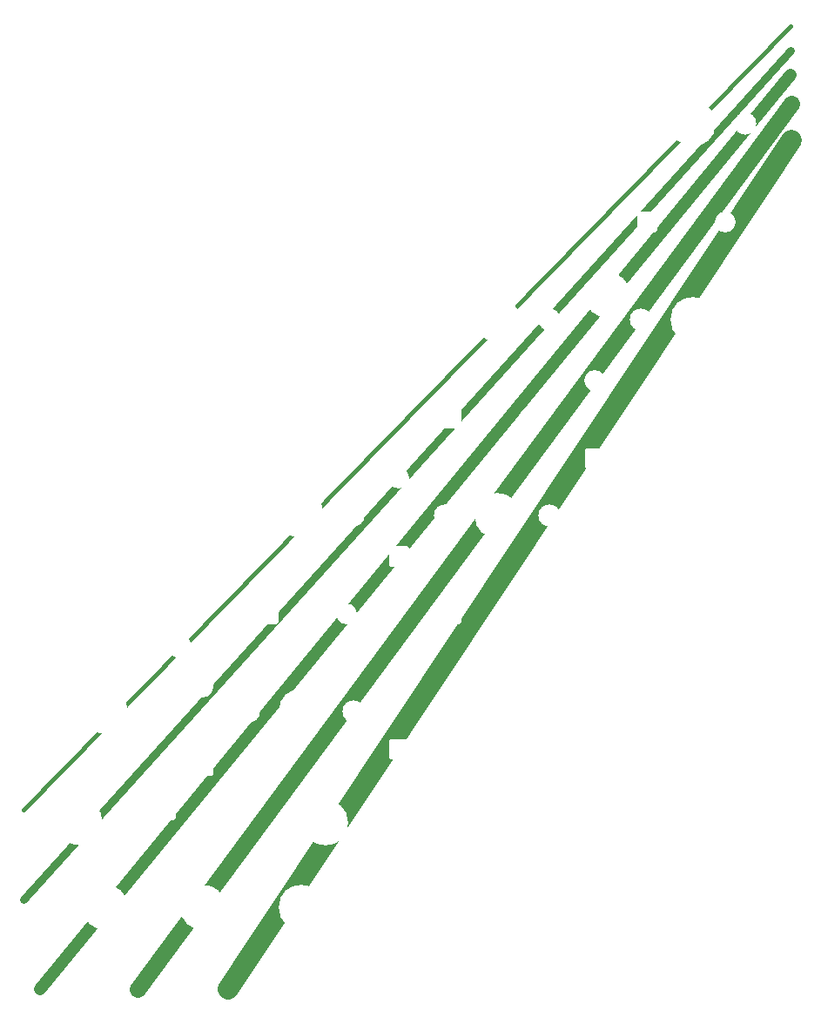
<source format=gto>
G04 #@! TF.GenerationSoftware,KiCad,Pcbnew,5.1.10-5.1.10*
G04 #@! TF.CreationDate,2021-07-11T16:52:34+05:30*
G04 #@! TF.ProjectId,Soyuz,536f7975-7a2e-46b6-9963-61645f706362,rev?*
G04 #@! TF.SameCoordinates,Original*
G04 #@! TF.FileFunction,Legend,Top*
G04 #@! TF.FilePolarity,Positive*
%FSLAX46Y46*%
G04 Gerber Fmt 4.6, Leading zero omitted, Abs format (unit mm)*
G04 Created by KiCad (PCBNEW 5.1.10-5.1.10) date 2021-07-11 16:52:34*
%MOMM*%
%LPD*%
G01*
G04 APERTURE LIST*
%ADD10C,2.000000*%
%ADD11C,1.600000*%
%ADD12C,1.200000*%
%ADD13C,0.800000*%
%ADD14C,0.400000*%
%ADD15C,2.000000*%
%ADD16C,2.150000*%
%ADD17C,4.387800*%
%ADD18C,3.448000*%
%ADD19C,2.200000*%
%ADD20O,2.000000X2.000000*%
G04 APERTURE END LIST*
D10*
X51593750Y-123825000D02*
X106426000Y-41275000D01*
D11*
X106426000Y-37719000D02*
X42862500Y-123825000D01*
D12*
X33337500Y-123825000D02*
X106362500Y-34925000D01*
D13*
X31750000Y-115093750D02*
X106362500Y-32543750D01*
D14*
X31750000Y-106362500D02*
X106362500Y-30162500D01*
%LPC*%
D15*
X51117500Y-33655000D03*
X51117500Y-36195000D03*
X51117500Y-38735000D03*
X51117500Y-41275000D03*
X51117500Y-43815000D03*
X51117500Y-46355000D03*
X51117500Y-48895000D03*
X51117500Y-51435000D03*
X51117500Y-53975000D03*
X51117500Y-56515000D03*
X51117500Y-59055000D03*
X51117500Y-61595000D03*
X66357500Y-61595000D03*
X66357500Y-59055000D03*
X66357500Y-56515000D03*
X66357500Y-53975000D03*
X66357500Y-51435000D03*
X66357500Y-48895000D03*
X66357500Y-46355000D03*
X66357500Y-43815000D03*
X66357500Y-41275000D03*
X66357500Y-38735000D03*
X66357500Y-36195000D03*
G36*
G01*
X65557500Y-32655000D02*
X67157500Y-32655000D01*
G75*
G02*
X67357500Y-32855000I0J-200000D01*
G01*
X67357500Y-34455000D01*
G75*
G02*
X67157500Y-34655000I-200000J0D01*
G01*
X65557500Y-34655000D01*
G75*
G02*
X65357500Y-34455000I0J200000D01*
G01*
X65357500Y-32855000D01*
G75*
G02*
X65557500Y-32655000I200000J0D01*
G01*
G37*
D16*
X44767500Y-39687500D03*
X34607500Y-39687500D03*
D17*
X39687500Y-39687500D03*
D16*
X63817500Y-39687500D03*
X53657500Y-39687500D03*
D17*
X58737500Y-39687500D03*
D16*
X82867500Y-39687500D03*
X72707500Y-39687500D03*
D17*
X77787500Y-39687500D03*
D16*
X101917500Y-39687500D03*
X91757500Y-39687500D03*
D17*
X96837500Y-39687500D03*
D16*
X44767500Y-58737500D03*
X34607500Y-58737500D03*
D17*
X39687500Y-58737500D03*
D16*
X63817500Y-58737500D03*
X53657500Y-58737500D03*
D17*
X58737500Y-58737500D03*
D16*
X82867500Y-58737500D03*
X72707500Y-58737500D03*
D17*
X77787500Y-58737500D03*
D16*
X101917500Y-58737500D03*
X91757500Y-58737500D03*
D17*
X96837500Y-58737500D03*
X88582500Y-56324500D03*
X88582500Y-80200500D03*
D18*
X103822500Y-56324500D03*
X103822500Y-80200500D03*
D16*
X96837500Y-63182500D03*
X96837500Y-73342500D03*
D17*
X96837500Y-68262500D03*
D16*
X44767500Y-77787500D03*
X34607500Y-77787500D03*
D17*
X39687500Y-77787500D03*
D16*
X63817500Y-77787500D03*
X53657500Y-77787500D03*
D17*
X58737500Y-77787500D03*
D16*
X82867500Y-77787500D03*
X72707500Y-77787500D03*
D17*
X77787500Y-77787500D03*
D16*
X101917500Y-77787500D03*
X91757500Y-77787500D03*
D17*
X96837500Y-77787500D03*
D16*
X44767500Y-96837500D03*
X34607500Y-96837500D03*
D17*
X39687500Y-96837500D03*
D16*
X63817500Y-96837500D03*
X53657500Y-96837500D03*
D17*
X58737500Y-96837500D03*
D16*
X82867500Y-96837500D03*
X72707500Y-96837500D03*
D17*
X77787500Y-96837500D03*
D16*
X101917500Y-96837500D03*
X91757500Y-96837500D03*
D17*
X96837500Y-96837500D03*
X88582500Y-94424500D03*
X88582500Y-118300500D03*
D18*
X103822500Y-94424500D03*
X103822500Y-118300500D03*
D16*
X96837500Y-101282500D03*
X96837500Y-111442500D03*
D17*
X96837500Y-106362500D03*
D16*
X44767500Y-115887500D03*
X34607500Y-115887500D03*
D17*
X39687500Y-115887500D03*
D16*
X63817500Y-115887500D03*
X53657500Y-115887500D03*
D17*
X58737500Y-115887500D03*
D16*
X82867500Y-115887500D03*
X72707500Y-115887500D03*
D17*
X77787500Y-115887500D03*
D16*
X101917500Y-115887500D03*
X91757500Y-115887500D03*
D17*
X96837500Y-115887500D03*
X61150500Y-107632500D03*
X37274500Y-107632500D03*
D18*
X61150500Y-122872500D03*
X37274500Y-122872500D03*
D16*
X54292500Y-115887500D03*
X44132500Y-115887500D03*
D17*
X49212500Y-115887500D03*
D19*
X51462500Y-90562500D03*
X46962500Y-84062500D03*
X46962500Y-90562500D03*
X51462500Y-84062500D03*
D20*
X42862500Y-49212500D03*
G36*
G01*
X34242500Y-50012500D02*
X34242500Y-48412500D01*
G75*
G02*
X34442500Y-48212500I200000J0D01*
G01*
X36042500Y-48212500D01*
G75*
G02*
X36242500Y-48412500I0J-200000D01*
G01*
X36242500Y-50012500D01*
G75*
G02*
X36042500Y-50212500I-200000J0D01*
G01*
X34442500Y-50212500D01*
G75*
G02*
X34242500Y-50012500I0J200000D01*
G01*
G37*
X61912500Y-68262500D03*
G36*
G01*
X53292500Y-69062500D02*
X53292500Y-67462500D01*
G75*
G02*
X53492500Y-67262500I200000J0D01*
G01*
X55092500Y-67262500D01*
G75*
G02*
X55292500Y-67462500I0J-200000D01*
G01*
X55292500Y-69062500D01*
G75*
G02*
X55092500Y-69262500I-200000J0D01*
G01*
X53492500Y-69262500D01*
G75*
G02*
X53292500Y-69062500I0J200000D01*
G01*
G37*
X87312500Y-36036250D03*
G36*
G01*
X88112500Y-44656250D02*
X86512500Y-44656250D01*
G75*
G02*
X86312500Y-44456250I0J200000D01*
G01*
X86312500Y-42856250D01*
G75*
G02*
X86512500Y-42656250I200000J0D01*
G01*
X88112500Y-42656250D01*
G75*
G02*
X88312500Y-42856250I0J-200000D01*
G01*
X88312500Y-44456250D01*
G75*
G02*
X88112500Y-44656250I-200000J0D01*
G01*
G37*
G36*
G01*
X91392500Y-50012500D02*
X91392500Y-48412500D01*
G75*
G02*
X91592500Y-48212500I200000J0D01*
G01*
X93192500Y-48212500D01*
G75*
G02*
X93392500Y-48412500I0J-200000D01*
G01*
X93392500Y-50012500D01*
G75*
G02*
X93192500Y-50212500I-200000J0D01*
G01*
X91592500Y-50212500D01*
G75*
G02*
X91392500Y-50012500I0J200000D01*
G01*
G37*
X100012500Y-49212500D03*
X42862500Y-68262500D03*
G36*
G01*
X34242500Y-69062500D02*
X34242500Y-67462500D01*
G75*
G02*
X34442500Y-67262500I200000J0D01*
G01*
X36042500Y-67262500D01*
G75*
G02*
X36242500Y-67462500I0J-200000D01*
G01*
X36242500Y-69062500D01*
G75*
G02*
X36042500Y-69262500I-200000J0D01*
G01*
X34442500Y-69262500D01*
G75*
G02*
X34242500Y-69062500I0J200000D01*
G01*
G37*
G36*
G01*
X72342500Y-69062500D02*
X72342500Y-67462500D01*
G75*
G02*
X72542500Y-67262500I200000J0D01*
G01*
X74142500Y-67262500D01*
G75*
G02*
X74342500Y-67462500I0J-200000D01*
G01*
X74342500Y-69062500D01*
G75*
G02*
X74142500Y-69262500I-200000J0D01*
G01*
X72542500Y-69262500D01*
G75*
G02*
X72342500Y-69062500I0J200000D01*
G01*
G37*
X80962500Y-68262500D03*
X80962500Y-49212500D03*
G36*
G01*
X72342500Y-50012500D02*
X72342500Y-48412500D01*
G75*
G02*
X72542500Y-48212500I200000J0D01*
G01*
X74142500Y-48212500D01*
G75*
G02*
X74342500Y-48412500I0J-200000D01*
G01*
X74342500Y-50012500D01*
G75*
G02*
X74142500Y-50212500I-200000J0D01*
G01*
X72542500Y-50212500D01*
G75*
G02*
X72342500Y-50012500I0J200000D01*
G01*
G37*
G36*
G01*
X88112500Y-73231250D02*
X86512500Y-73231250D01*
G75*
G02*
X86312500Y-73031250I0J200000D01*
G01*
X86312500Y-71431250D01*
G75*
G02*
X86512500Y-71231250I200000J0D01*
G01*
X88112500Y-71231250D01*
G75*
G02*
X88312500Y-71431250I0J-200000D01*
G01*
X88312500Y-73031250D01*
G75*
G02*
X88112500Y-73231250I-200000J0D01*
G01*
G37*
X87312500Y-64611250D03*
X49212500Y-72548750D03*
G36*
G01*
X50012500Y-81168750D02*
X48412500Y-81168750D01*
G75*
G02*
X48212500Y-80968750I0J200000D01*
G01*
X48212500Y-79368750D01*
G75*
G02*
X48412500Y-79168750I200000J0D01*
G01*
X50012500Y-79168750D01*
G75*
G02*
X50212500Y-79368750I0J-200000D01*
G01*
X50212500Y-80968750D01*
G75*
G02*
X50012500Y-81168750I-200000J0D01*
G01*
G37*
G36*
G01*
X69062500Y-82756250D02*
X67462500Y-82756250D01*
G75*
G02*
X67262500Y-82556250I0J200000D01*
G01*
X67262500Y-80956250D01*
G75*
G02*
X67462500Y-80756250I200000J0D01*
G01*
X69062500Y-80756250D01*
G75*
G02*
X69262500Y-80956250I0J-200000D01*
G01*
X69262500Y-82556250D01*
G75*
G02*
X69062500Y-82756250I-200000J0D01*
G01*
G37*
X68262500Y-74136250D03*
X63182500Y-87312500D03*
G36*
G01*
X54562500Y-88112500D02*
X54562500Y-86512500D01*
G75*
G02*
X54762500Y-86312500I200000J0D01*
G01*
X56362500Y-86312500D01*
G75*
G02*
X56562500Y-86512500I0J-200000D01*
G01*
X56562500Y-88112500D01*
G75*
G02*
X56362500Y-88312500I-200000J0D01*
G01*
X54762500Y-88312500D01*
G75*
G02*
X54562500Y-88112500I0J200000D01*
G01*
G37*
G36*
G01*
X91392500Y-88112500D02*
X91392500Y-86512500D01*
G75*
G02*
X91592500Y-86312500I200000J0D01*
G01*
X93192500Y-86312500D01*
G75*
G02*
X93392500Y-86512500I0J-200000D01*
G01*
X93392500Y-88112500D01*
G75*
G02*
X93192500Y-88312500I-200000J0D01*
G01*
X91592500Y-88312500D01*
G75*
G02*
X91392500Y-88112500I0J200000D01*
G01*
G37*
X100012500Y-87312500D03*
X42862500Y-87312500D03*
G36*
G01*
X34242500Y-88112500D02*
X34242500Y-86512500D01*
G75*
G02*
X34442500Y-86312500I200000J0D01*
G01*
X36042500Y-86312500D01*
G75*
G02*
X36242500Y-86512500I0J-200000D01*
G01*
X36242500Y-88112500D01*
G75*
G02*
X36042500Y-88312500I-200000J0D01*
G01*
X34442500Y-88312500D01*
G75*
G02*
X34242500Y-88112500I0J200000D01*
G01*
G37*
X49212500Y-94456250D03*
G36*
G01*
X50012500Y-103076250D02*
X48412500Y-103076250D01*
G75*
G02*
X48212500Y-102876250I0J200000D01*
G01*
X48212500Y-101276250D01*
G75*
G02*
X48412500Y-101076250I200000J0D01*
G01*
X50012500Y-101076250D01*
G75*
G02*
X50212500Y-101276250I0J-200000D01*
G01*
X50212500Y-102876250D01*
G75*
G02*
X50012500Y-103076250I-200000J0D01*
G01*
G37*
X68262500Y-92868750D03*
G36*
G01*
X69062500Y-101488750D02*
X67462500Y-101488750D01*
G75*
G02*
X67262500Y-101288750I0J200000D01*
G01*
X67262500Y-99688750D01*
G75*
G02*
X67462500Y-99488750I200000J0D01*
G01*
X69062500Y-99488750D01*
G75*
G02*
X69262500Y-99688750I0J-200000D01*
G01*
X69262500Y-101288750D01*
G75*
G02*
X69062500Y-101488750I-200000J0D01*
G01*
G37*
G36*
G01*
X72342500Y-88112500D02*
X72342500Y-86512500D01*
G75*
G02*
X72542500Y-86312500I200000J0D01*
G01*
X74142500Y-86312500D01*
G75*
G02*
X74342500Y-86512500I0J-200000D01*
G01*
X74342500Y-88112500D01*
G75*
G02*
X74142500Y-88312500I-200000J0D01*
G01*
X72542500Y-88312500D01*
G75*
G02*
X72342500Y-88112500I0J200000D01*
G01*
G37*
X80962500Y-87312500D03*
X53181250Y-106362500D03*
G36*
G01*
X44561250Y-107162500D02*
X44561250Y-105562500D01*
G75*
G02*
X44761250Y-105362500I200000J0D01*
G01*
X46361250Y-105362500D01*
G75*
G02*
X46561250Y-105562500I0J-200000D01*
G01*
X46561250Y-107162500D01*
G75*
G02*
X46361250Y-107362500I-200000J0D01*
G01*
X44761250Y-107362500D01*
G75*
G02*
X44561250Y-107162500I0J200000D01*
G01*
G37*
G36*
G01*
X69062500Y-120856250D02*
X67462500Y-120856250D01*
G75*
G02*
X67262500Y-120656250I0J200000D01*
G01*
X67262500Y-119056250D01*
G75*
G02*
X67462500Y-118856250I200000J0D01*
G01*
X69062500Y-118856250D01*
G75*
G02*
X69262500Y-119056250I0J-200000D01*
G01*
X69262500Y-120656250D01*
G75*
G02*
X69062500Y-120856250I-200000J0D01*
G01*
G37*
X68262500Y-112236250D03*
G36*
G01*
X72342500Y-107162500D02*
X72342500Y-105562500D01*
G75*
G02*
X72542500Y-105362500I200000J0D01*
G01*
X74142500Y-105362500D01*
G75*
G02*
X74342500Y-105562500I0J-200000D01*
G01*
X74342500Y-107162500D01*
G75*
G02*
X74142500Y-107362500I-200000J0D01*
G01*
X72542500Y-107362500D01*
G75*
G02*
X72342500Y-107162500I0J200000D01*
G01*
G37*
X80962500Y-106362500D03*
G36*
G01*
X88112500Y-111331250D02*
X86512500Y-111331250D01*
G75*
G02*
X86312500Y-111131250I0J200000D01*
G01*
X86312500Y-109531250D01*
G75*
G02*
X86512500Y-109331250I200000J0D01*
G01*
X88112500Y-109331250D01*
G75*
G02*
X88312500Y-109531250I0J-200000D01*
G01*
X88312500Y-111131250D01*
G75*
G02*
X88112500Y-111331250I-200000J0D01*
G01*
G37*
X87312500Y-102711250D03*
M02*

</source>
